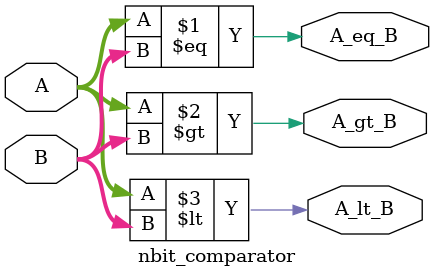
<source format=v>
module nbit_comparator #(parameter N = 4)(
    input  [N-1:0] A,
    input  [N-1:0] B,
    output A_eq_B,
    output A_gt_B,
    output A_lt_B
);

    assign A_eq_B = (A == B);
    assign A_gt_B = (A >  B);
    assign A_lt_B = (A <  B);

endmodule


</source>
